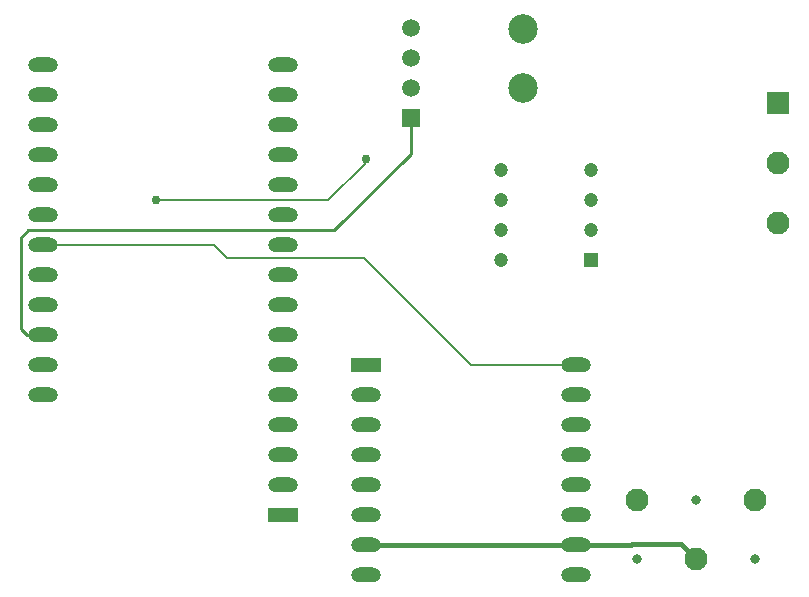
<source format=gbl>
G04*
G04 #@! TF.GenerationSoftware,Altium Limited,Altium Designer,22.5.1 (42)*
G04*
G04 Layer_Physical_Order=2*
G04 Layer_Color=16711680*
%FSLAX44Y44*%
%MOMM*%
G71*
G04*
G04 #@! TF.SameCoordinates,8346B9DA-9F02-4375-9B92-E9104D78EC3E*
G04*
G04*
G04 #@! TF.FilePolarity,Positive*
G04*
G01*
G75*
%ADD12C,0.2540*%
%ADD14C,0.2032*%
%ADD46C,0.3810*%
%ADD47C,1.2000*%
%ADD48R,1.2000X1.2000*%
%ADD49C,1.9500*%
%ADD50R,1.9500X1.9500*%
%ADD51C,0.8000*%
%ADD52R,1.5000X1.5000*%
%ADD53C,1.5000*%
%ADD54R,2.5400X1.2700*%
%ADD55O,2.5400X1.2700*%
%ADD56C,2.5000*%
%ADD57C,0.7620*%
D12*
X25400Y233680D02*
Y311150D01*
X31750Y317500D01*
X25400Y233680D02*
X30480Y228600D01*
X31750Y317500D02*
X290902D01*
X355600Y382198D01*
Y412844D01*
X30480Y228600D02*
X44450D01*
D14*
X139700Y342900D02*
X285750D01*
X316431Y376883D02*
X317500Y377952D01*
X316431Y373581D02*
Y376883D01*
X285750Y342900D02*
X316431Y373581D01*
X44450Y304800D02*
X189230D01*
X200152Y293878D01*
X315722D01*
X406400Y203200D01*
X495300D01*
D46*
Y50800D02*
X542036D01*
X543052Y51816D01*
X583984D01*
X596900Y38900D01*
X317500Y50800D02*
X495300D01*
D47*
X431800Y292100D02*
D03*
Y317500D02*
D03*
Y342900D02*
D03*
Y368300D02*
D03*
X508000D02*
D03*
Y342900D02*
D03*
Y317500D02*
D03*
D48*
Y292100D02*
D03*
D49*
X666750Y323850D02*
D03*
Y374650D02*
D03*
X596900Y38900D02*
D03*
X646900Y88900D02*
D03*
X546900D02*
D03*
D50*
X666750Y425450D02*
D03*
D51*
X646900Y38900D02*
D03*
X546900D02*
D03*
X596900Y88900D02*
D03*
D52*
X355600Y412750D02*
D03*
D53*
Y438150D02*
D03*
Y463550D02*
D03*
Y488950D02*
D03*
D54*
X317500Y203200D02*
D03*
X247650Y76200D02*
D03*
D55*
X317500Y177800D02*
D03*
Y152400D02*
D03*
Y127000D02*
D03*
Y101600D02*
D03*
Y76200D02*
D03*
Y50800D02*
D03*
Y25400D02*
D03*
X495300Y203200D02*
D03*
Y177800D02*
D03*
Y152400D02*
D03*
Y127000D02*
D03*
Y101600D02*
D03*
Y76200D02*
D03*
Y50800D02*
D03*
Y25400D02*
D03*
X247650Y101600D02*
D03*
Y127000D02*
D03*
Y152400D02*
D03*
Y177800D02*
D03*
Y203200D02*
D03*
Y228600D02*
D03*
Y254000D02*
D03*
Y279400D02*
D03*
Y304800D02*
D03*
Y330200D02*
D03*
Y355600D02*
D03*
Y381000D02*
D03*
Y406400D02*
D03*
Y431800D02*
D03*
Y457200D02*
D03*
X44450Y177800D02*
D03*
Y203200D02*
D03*
Y228600D02*
D03*
Y254000D02*
D03*
Y279400D02*
D03*
Y304800D02*
D03*
Y330200D02*
D03*
Y355600D02*
D03*
Y381000D02*
D03*
Y406400D02*
D03*
Y431800D02*
D03*
Y457200D02*
D03*
D56*
X450850Y437896D02*
D03*
Y487896D02*
D03*
D57*
X139700Y342900D02*
D03*
X317500Y377952D02*
D03*
M02*

</source>
